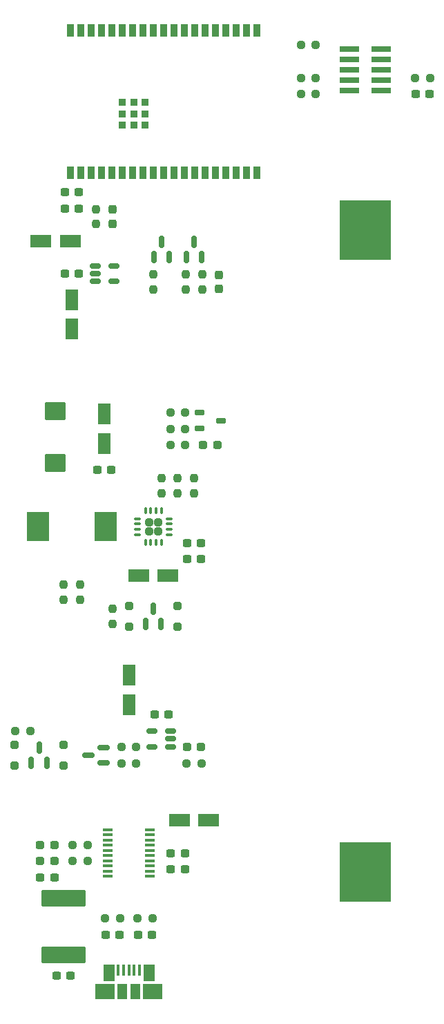
<source format=gbr>
G04 #@! TF.GenerationSoftware,KiCad,Pcbnew,8.0.5-8.0.5-0~ubuntu24.04.1*
G04 #@! TF.CreationDate,2024-10-05T12:28:55+03:00*
G04 #@! TF.ProjectId,esp32-main,65737033-322d-46d6-9169-6e2e6b696361,A*
G04 #@! TF.SameCoordinates,Original*
G04 #@! TF.FileFunction,Paste,Top*
G04 #@! TF.FilePolarity,Positive*
%FSLAX46Y46*%
G04 Gerber Fmt 4.6, Leading zero omitted, Abs format (unit mm)*
G04 Created by KiCad (PCBNEW 8.0.5-8.0.5-0~ubuntu24.04.1) date 2024-10-05 12:28:55*
%MOMM*%
%LPD*%
G01*
G04 APERTURE LIST*
G04 Aperture macros list*
%AMRoundRect*
0 Rectangle with rounded corners*
0 $1 Rounding radius*
0 $2 $3 $4 $5 $6 $7 $8 $9 X,Y pos of 4 corners*
0 Add a 4 corners polygon primitive as box body*
4,1,4,$2,$3,$4,$5,$6,$7,$8,$9,$2,$3,0*
0 Add four circle primitives for the rounded corners*
1,1,$1+$1,$2,$3*
1,1,$1+$1,$4,$5*
1,1,$1+$1,$6,$7*
1,1,$1+$1,$8,$9*
0 Add four rect primitives between the rounded corners*
20,1,$1+$1,$2,$3,$4,$5,0*
20,1,$1+$1,$4,$5,$6,$7,0*
20,1,$1+$1,$6,$7,$8,$9,0*
20,1,$1+$1,$8,$9,$2,$3,0*%
G04 Aperture macros list end*
%ADD10RoundRect,0.238649X-0.238648X-0.238648X0.238648X-0.238648X0.238648X0.238648X-0.238648X0.238648X0*%
%ADD11RoundRect,0.087500X-0.325000X-0.087500X0.325000X-0.087500X0.325000X0.087500X-0.325000X0.087500X0*%
%ADD12RoundRect,0.087500X-0.087500X-0.325000X0.087500X-0.325000X0.087500X0.325000X-0.087500X0.325000X0*%
%ADD13RoundRect,0.237500X-0.237500X0.300000X-0.237500X-0.300000X0.237500X-0.300000X0.237500X0.300000X0*%
%ADD14R,2.700000X3.600000*%
%ADD15RoundRect,0.237500X0.237500X-0.250000X0.237500X0.250000X-0.237500X0.250000X-0.237500X-0.250000X0*%
%ADD16RoundRect,0.237500X0.250000X0.237500X-0.250000X0.237500X-0.250000X-0.237500X0.250000X-0.237500X0*%
%ADD17RoundRect,0.237500X-0.237500X0.250000X-0.237500X-0.250000X0.237500X-0.250000X0.237500X0.250000X0*%
%ADD18RoundRect,0.237500X-0.300000X-0.237500X0.300000X-0.237500X0.300000X0.237500X-0.300000X0.237500X0*%
%ADD19RoundRect,0.237500X-0.250000X-0.237500X0.250000X-0.237500X0.250000X0.237500X-0.250000X0.237500X0*%
%ADD20RoundRect,0.162500X-0.447500X-0.162500X0.447500X-0.162500X0.447500X0.162500X-0.447500X0.162500X0*%
%ADD21RoundRect,0.250000X0.250000X-0.250000X0.250000X0.250000X-0.250000X0.250000X-0.250000X-0.250000X0*%
%ADD22RoundRect,0.250000X-0.550000X1.050000X-0.550000X-1.050000X0.550000X-1.050000X0.550000X1.050000X0*%
%ADD23RoundRect,0.150000X0.512500X0.150000X-0.512500X0.150000X-0.512500X-0.150000X0.512500X-0.150000X0*%
%ADD24RoundRect,0.250000X0.550000X-1.050000X0.550000X1.050000X-0.550000X1.050000X-0.550000X-1.050000X0*%
%ADD25R,0.450000X1.380000*%
%ADD26R,2.375000X1.900000*%
%ADD27R,1.475000X2.100000*%
%ADD28R,1.175000X1.900000*%
%ADD29RoundRect,0.237500X0.237500X-0.300000X0.237500X0.300000X-0.237500X0.300000X-0.237500X-0.300000X0*%
%ADD30RoundRect,0.250000X-1.025000X0.875000X-1.025000X-0.875000X1.025000X-0.875000X1.025000X0.875000X0*%
%ADD31RoundRect,0.237500X0.300000X0.237500X-0.300000X0.237500X-0.300000X-0.237500X0.300000X-0.237500X0*%
%ADD32RoundRect,0.250000X-0.250000X0.250000X-0.250000X-0.250000X0.250000X-0.250000X0.250000X0.250000X0*%
%ADD33R,2.400000X0.740000*%
%ADD34R,0.900000X1.500000*%
%ADD35R,0.900000X0.900000*%
%ADD36RoundRect,0.250001X2.474999X-0.799999X2.474999X0.799999X-2.474999X0.799999X-2.474999X-0.799999X0*%
%ADD37R,1.200000X0.400000*%
%ADD38RoundRect,0.237500X0.287500X0.237500X-0.287500X0.237500X-0.287500X-0.237500X0.287500X-0.237500X0*%
%ADD39RoundRect,0.250000X-1.050000X-0.550000X1.050000X-0.550000X1.050000X0.550000X-1.050000X0.550000X0*%
%ADD40RoundRect,0.150000X0.587500X0.150000X-0.587500X0.150000X-0.587500X-0.150000X0.587500X-0.150000X0*%
%ADD41RoundRect,0.237500X-0.287500X-0.237500X0.287500X-0.237500X0.287500X0.237500X-0.287500X0.237500X0*%
%ADD42RoundRect,0.150000X0.150000X-0.587500X0.150000X0.587500X-0.150000X0.587500X-0.150000X-0.587500X0*%
%ADD43RoundRect,0.150000X-0.512500X-0.150000X0.512500X-0.150000X0.512500X0.150000X-0.512500X0.150000X0*%
%ADD44RoundRect,0.250000X1.050000X0.550000X-1.050000X0.550000X-1.050000X-0.550000X1.050000X-0.550000X0*%
%ADD45R,6.350000X7.340000*%
G04 APERTURE END LIST*
D10*
X134450000Y-96450000D03*
X134450000Y-97550000D03*
X135550000Y-96450000D03*
X135550000Y-97550000D03*
D11*
X133037500Y-96025000D03*
X133037500Y-96675000D03*
X133037500Y-97325000D03*
X133037500Y-97975000D03*
D12*
X134025000Y-98962500D03*
X134675000Y-98962500D03*
X135325000Y-98962500D03*
X135975000Y-98962500D03*
D11*
X136962500Y-97975000D03*
X136962500Y-97325000D03*
X136962500Y-96675000D03*
X136962500Y-96025000D03*
D12*
X135975000Y-95037500D03*
X135325000Y-95037500D03*
X134675000Y-95037500D03*
X134025000Y-95037500D03*
D13*
X130000000Y-58137500D03*
X130000000Y-59862500D03*
D14*
X120850000Y-97000000D03*
X129150000Y-97000000D03*
D15*
X138000000Y-92912500D03*
X138000000Y-91087500D03*
D16*
X132912500Y-124000000D03*
X131087500Y-124000000D03*
D17*
X140000000Y-91087500D03*
X140000000Y-92912500D03*
D18*
X139137500Y-99000000D03*
X140862500Y-99000000D03*
D19*
X167087500Y-42000000D03*
X168912500Y-42000000D03*
D20*
X140690000Y-83050000D03*
X140690000Y-84950000D03*
X143310000Y-84000000D03*
D21*
X124000000Y-126250000D03*
X124000000Y-123750000D03*
D22*
X125000000Y-69200000D03*
X125000000Y-72800000D03*
D16*
X132912500Y-126000000D03*
X131087500Y-126000000D03*
D18*
X135137500Y-120000000D03*
X136862500Y-120000000D03*
D23*
X137137500Y-123950000D03*
X137137500Y-123000000D03*
X137137500Y-122050000D03*
X134862500Y-122050000D03*
X134862500Y-123950000D03*
D24*
X132000000Y-118800000D03*
X132000000Y-115200000D03*
D25*
X130700000Y-151340000D03*
X131350000Y-151340000D03*
X132000000Y-151340000D03*
X132650000Y-151340000D03*
X133300000Y-151340000D03*
D26*
X134912500Y-154000000D03*
D27*
X134462500Y-151700000D03*
D28*
X132837500Y-154000000D03*
X131162500Y-154000000D03*
D27*
X129537500Y-151700000D03*
D26*
X129087500Y-154000000D03*
D19*
X139087500Y-126000000D03*
X140912500Y-126000000D03*
D29*
X143000000Y-67862500D03*
X143000000Y-66137500D03*
D16*
X126912500Y-138000000D03*
X125087500Y-138000000D03*
D30*
X123000000Y-82800000D03*
X123000000Y-89200000D03*
D16*
X138912500Y-83000000D03*
X137087500Y-83000000D03*
D31*
X125862500Y-58000000D03*
X124137500Y-58000000D03*
D18*
X137137500Y-139000000D03*
X138862500Y-139000000D03*
D17*
X135000000Y-66087500D03*
X135000000Y-67912500D03*
D32*
X132000000Y-106750000D03*
X132000000Y-109250000D03*
D33*
X162950000Y-43540000D03*
X159050000Y-43540000D03*
X162950000Y-42270000D03*
X159050000Y-42270000D03*
X162950000Y-41000000D03*
X159050000Y-41000000D03*
X162950000Y-39730000D03*
X159050000Y-39730000D03*
X162950000Y-38460000D03*
X159050000Y-38460000D03*
D34*
X124805000Y-53650000D03*
X126075000Y-53650000D03*
X127345000Y-53650000D03*
X128615000Y-53650000D03*
X129885000Y-53650000D03*
X131155000Y-53650000D03*
X132425000Y-53650000D03*
X133695000Y-53650000D03*
X134965000Y-53650000D03*
X136235000Y-53650000D03*
X137505000Y-53650000D03*
X138775000Y-53650000D03*
X140045000Y-53650000D03*
X141315000Y-53650000D03*
X142585000Y-53650000D03*
X143855000Y-53650000D03*
X145125000Y-53650000D03*
X146395000Y-53650000D03*
X147665000Y-53650000D03*
X147665000Y-36150000D03*
X146395000Y-36150000D03*
X145125000Y-36150000D03*
X143855000Y-36150000D03*
X142585000Y-36150000D03*
X141315000Y-36150000D03*
X140045000Y-36150000D03*
X138775000Y-36150000D03*
X137505000Y-36150000D03*
X136235000Y-36150000D03*
X134965000Y-36150000D03*
X133695000Y-36150000D03*
X132425000Y-36150000D03*
X131155000Y-36150000D03*
X129885000Y-36150000D03*
X128615000Y-36150000D03*
X127345000Y-36150000D03*
X126075000Y-36150000D03*
X124805000Y-36150000D03*
D35*
X131200000Y-47805000D03*
X132600000Y-47800000D03*
X134000000Y-47800000D03*
X131200000Y-46400000D03*
X132600000Y-46400000D03*
X134000000Y-46400000D03*
X131200000Y-45000000D03*
X132600000Y-45000000D03*
X134000000Y-45000000D03*
D16*
X154912500Y-44000000D03*
X153087500Y-44000000D03*
D36*
X124000000Y-149475000D03*
X124000000Y-142525000D03*
D16*
X154912500Y-42000000D03*
X153087500Y-42000000D03*
D15*
X124000000Y-105912500D03*
X124000000Y-104087500D03*
D37*
X129400000Y-134142500D03*
X129400000Y-134777500D03*
X129400000Y-135412500D03*
X129400000Y-136047500D03*
X129400000Y-136682500D03*
X129400000Y-137317500D03*
X129400000Y-137952500D03*
X129400000Y-138587500D03*
X129400000Y-139222500D03*
X129400000Y-139857500D03*
X134600000Y-139857500D03*
X134600000Y-139222500D03*
X134600000Y-138587500D03*
X134600000Y-137952500D03*
X134600000Y-137317500D03*
X134600000Y-136682500D03*
X134600000Y-136047500D03*
X134600000Y-135412500D03*
X134600000Y-134777500D03*
X134600000Y-134142500D03*
D16*
X154912500Y-38000000D03*
X153087500Y-38000000D03*
D38*
X122875000Y-138000000D03*
X121125000Y-138000000D03*
D39*
X138200000Y-133000000D03*
X141800000Y-133000000D03*
D40*
X128937500Y-125950000D03*
X128937500Y-124050000D03*
X127062500Y-125000000D03*
D32*
X118000000Y-123750000D03*
X118000000Y-126250000D03*
D19*
X129087500Y-145000000D03*
X130912500Y-145000000D03*
D17*
X136000000Y-91087500D03*
X136000000Y-92912500D03*
D18*
X137137500Y-137000000D03*
X138862500Y-137000000D03*
D16*
X126912500Y-136000000D03*
X125087500Y-136000000D03*
D31*
X124862500Y-152000000D03*
X123137500Y-152000000D03*
D41*
X139125000Y-124000000D03*
X140875000Y-124000000D03*
D19*
X137087500Y-87000000D03*
X138912500Y-87000000D03*
D42*
X135050000Y-63937500D03*
X136950000Y-63937500D03*
X136000000Y-62062500D03*
D43*
X127862500Y-65050000D03*
X127862500Y-66000000D03*
X127862500Y-66950000D03*
X130137500Y-66950000D03*
X130137500Y-65050000D03*
D16*
X134912500Y-145000000D03*
X133087500Y-145000000D03*
D15*
X141000000Y-67912500D03*
X141000000Y-66087500D03*
D44*
X136800000Y-103000000D03*
X133200000Y-103000000D03*
D17*
X139000000Y-66087500D03*
X139000000Y-67912500D03*
D38*
X122875000Y-136000000D03*
X121125000Y-136000000D03*
D31*
X129862500Y-90000000D03*
X128137500Y-90000000D03*
D42*
X139050000Y-63937500D03*
X140950000Y-63937500D03*
X140000000Y-62062500D03*
D45*
X161000000Y-139330000D03*
X161000000Y-60670000D03*
D44*
X124800000Y-62000000D03*
X121200000Y-62000000D03*
D17*
X130000000Y-107087500D03*
X130000000Y-108912500D03*
D21*
X138000000Y-109250000D03*
X138000000Y-106750000D03*
D38*
X142875000Y-87000000D03*
X141125000Y-87000000D03*
D42*
X134050000Y-108937500D03*
X135950000Y-108937500D03*
X135000000Y-107062500D03*
D18*
X167137500Y-44000000D03*
X168862500Y-44000000D03*
D16*
X119912500Y-122000000D03*
X118087500Y-122000000D03*
X138912500Y-85000000D03*
X137087500Y-85000000D03*
D18*
X139137500Y-101000000D03*
X140862500Y-101000000D03*
D15*
X128000000Y-59912500D03*
X128000000Y-58087500D03*
X126000000Y-105912500D03*
X126000000Y-104087500D03*
D31*
X125862500Y-56000000D03*
X124137500Y-56000000D03*
D24*
X129000000Y-86800000D03*
X129000000Y-83200000D03*
D42*
X120050000Y-125937500D03*
X121950000Y-125937500D03*
X121000000Y-124062500D03*
D18*
X133137500Y-147000000D03*
X134862500Y-147000000D03*
D31*
X125862500Y-66000000D03*
X124137500Y-66000000D03*
D18*
X121137500Y-140000000D03*
X122862500Y-140000000D03*
D31*
X130862500Y-147000000D03*
X129137500Y-147000000D03*
M02*

</source>
